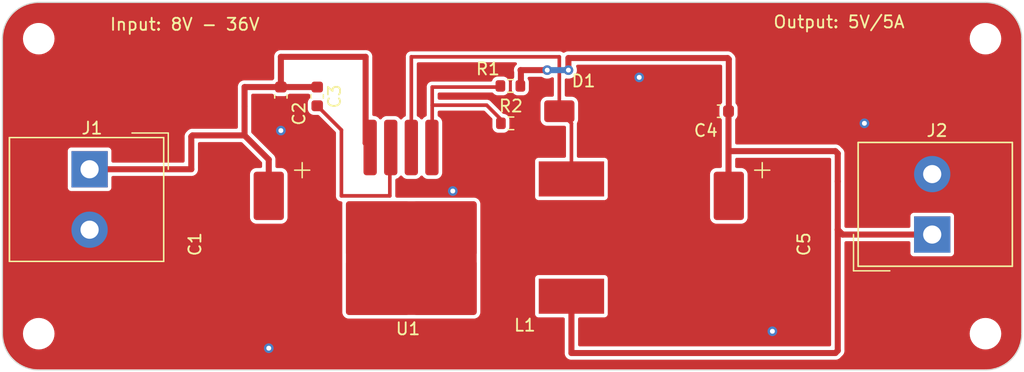
<source format=kicad_pcb>
(kicad_pcb (version 20221018) (generator pcbnew)
  (layers (0 "F.Cu" signal) (31 "B.Cu" power) (34 "B.Paste" user) (35 "F.Paste" user) (36 "B.SilkS" user "B.Silkscreen") (37 "F.SilkS" user "F.Silkscreen") (38 "B.Mask" user) (39 "F.Mask" user) (44 "Edge.Cuts" user))
  (net 0 "")
  (net 1 "VCC")
  (net 2 "GND")
  (net 3 "Net-(U1-VC)")
  (net 4 "+5V")
  (net 5 "Net-(D1-K)")
  (net 6 "Net-(U1-FB)")
  (footprint "TerminalBlock_Altech:Altech_AK300_1x02_P5.00mm_45-Degree" (layer "F.Cu") (at 87.2 108.8 -90)
    (fp_text reference "J1" (at -3.4 -0.2 -180) (layer "F.SilkS"))
    (fp_text value "Input")
    (fp_line (start -3 -6.5) (end 0 -6.5) (stroke (width 0.12)) (layer "F.SilkS"))
    (fp_line (start -3 -3.5) (end -3 -6.5) (stroke (width 0.12)) (layer "F.SilkS"))
    (fp_line (start -2.62 -6.12) (end -2.62 6.62) (stroke (width 0.12)) (layer "F.SilkS"))
    (fp_line (start -2.62 -6.12) (end -2.62 6.62) (stroke (width 0.12)) (layer "F.SilkS"))
    (fp_line (start -2.62 -6.12) (end 7.62 -6.12) (stroke (width 0.12)) (layer "F.SilkS"))
    (fp_line (start -2.62 -6.12) (end 7.62 -6.12) (stroke (width 0.12)) (layer "F.SilkS"))
    (fp_line (start -2.62 6.62) (end 7.62 6.62) (stroke (width 0.12)) (layer "F.SilkS"))
    (fp_line (start -2.62 6.62) (end 7.62 6.62) (stroke (width 0.12)) (layer "F.SilkS"))
    (fp_line (start 7.62 -6.12) (end 7.62 6.62) (stroke (width 0.12)) (layer "F.SilkS"))
    (fp_line (start 7.62 -6.12) (end 7.62 6.62) (stroke (width 0.12)) (layer "F.SilkS"))
    (pad "1" thru_hole rect (at 0 0 270) (size 3 3) (drill 1.5) (layers "*.Cu" "*.Mask") (net 1 "VCC"))
    (pad "2" thru_hole circle (at 5 0 270) (size 3 3) (drill 1.5) (layers "*.Cu" "*.Mask") (net 2 "GND"))
  )
  (footprint "Inductor_SMD:L_Bourns_SRR1260" (layer "F.Cu") (at 127 114.45 -90)
    (fp_text reference "L1" (at 7.25 3.85 -180) (layer "F.SilkS"))
    (fp_text value "47uH/5A" hide)
    (pad "1" smd rect (at -4.85 0 270) (size 2.9 5.4) (layers "F.Cu" "F.Paste" "F.Mask") (net 5 "Net-(D1-K)"))
    (pad "2" smd rect (at 4.85 0 270) (size 2.9 5.4) (layers "F.Cu" "F.Paste" "F.Mask") (net 4 "+5V"))
  )
  (footprint "Package_TO_SOT_SMD:TO-263-5_TabPin6" (layer "F.Cu") (at 113.775 114.65 -90)
    (fp_text reference "U1" (at 7.35 0.275) (layer "F.SilkS"))
    (fp_text value "XL4015" hide)
    (pad "1" smd roundrect (at -7.65 -3.4 270) (size 4.6 1.1) (layers "F.Cu" "F.Paste" "F.Mask") (roundrect_rratio 0.227273) (net 2 "GND"))
    (pad "2" smd roundrect (at -7.65 -1.7 270) (size 4.6 1.1) (layers "F.Cu" "F.Paste" "F.Mask") (roundrect_rratio 0.227273) (net 6 "Net-(U1-FB)"))
    (pad "3" smd roundrect (at -7.65 0 270) (size 4.6 1.1) (layers "F.Cu" "F.Paste" "F.Mask") (roundrect_rratio 0.227273) (net 5 "Net-(D1-K)"))
    (pad "4" smd roundrect (at -7.65 1.7 270) (size 4.6 1.1) (layers "F.Cu" "F.Paste" "F.Mask") (roundrect_rratio 0.227273) (net 3 "Net-(U1-VC)"))
    (pad "5" smd roundrect (at -7.65 3.4 270) (size 4.6 1.1) (layers "F.Cu" "F.Paste" "F.Mask") (roundrect_rratio 0.227273) (net 1 "VCC"))
    (pad "6" smd roundrect (at -0.925 -2.775 270) (size 4.55 5.25) (layers "F.Cu" "F.Paste") (roundrect_rratio 0.054945))
    (pad "6" smd roundrect (at -0.925 2.775 270) (size 4.55 5.25) (layers "F.Cu" "F.Paste") (roundrect_rratio 0.054945))
    (pad "6" smd roundrect (at 1.5 0 270) (size 9.4 10.8) (layers "F.Cu" "F.Mask") (roundrect_rratio 0.026596))
    (pad "6" smd roundrect (at 3.925 -2.775 270) (size 4.55 5.25) (layers "F.Cu" "F.Paste") (roundrect_rratio 0.054945))
    (pad "6" smd roundrect (at 3.925 2.775 270) (size 4.55 5.25) (layers "F.Cu" "F.Paste") (roundrect_rratio 0.054945))
  )
  (footprint "Capacitor_SMD:C_0603_1608Metric" (layer "F.Cu") (at 103 102.775 -90)
    (fp_text reference "C2" (at 1.425 -1.5 90) (layer "F.SilkS"))
    (fp_text value "1uF" hide)
    (fp_line (start -0.14058 -0.51) (end 0.14058 -0.51) (stroke (width 0.12)) (layer "F.SilkS"))
    (fp_line (start -0.14058 0.51) (end 0.14058 0.51) (stroke (width 0.12)) (layer "F.SilkS"))
    (pad "1" smd roundrect (at -0.775 0 270) (size 0.9 0.95) (layers "F.Cu" "F.Paste" "F.Mask") (net 1 "VCC"))
    (pad "2" smd roundrect (at 0.775 0 270) (size 0.9 0.95) (layers "F.Cu" "F.Paste" "F.Mask") (net 2 "GND"))
  )
  (footprint "MountingHole:MountingHole_2.1mm" (layer "F.Cu") (at 161.2 98)
    (fp_text reference "H4" hide)
    (fp_text value "MountingHole" hide)
    (pad "" np_thru_hole circle (at 0 0) (size 2.1 2.1) (drill 2.1) (layers "*.Cu" "*.Mask"))
  )
  (footprint "Capacitor_SMD:CP_Elec_10x10" (layer "F.Cu") (at 140 115 -90)
    (fp_text reference "C5" (at 0 -6.2 90) (layer "F.SilkS"))
    (fp_text value "330uF/25" hide)
    (fp_line (start -6.75 -2.76) (end -5.5 -2.76) (stroke (width 0.12)) (layer "F.SilkS"))
    (fp_line (start -6.125 -3.385) (end -6.125 -2.135) (stroke (width 0.12)) (layer "F.SilkS"))
    (pad "1" smd roundrect (at -4 0 270) (size 4 2.5) (layers "F.Cu" "F.Paste" "F.Mask") (roundrect_rratio 0.1) (net 4 "+5V"))
    (pad "2" smd roundrect (at 4 0 270) (size 4 2.5) (layers "F.Cu" "F.Paste" "F.Mask") (roundrect_rratio 0.1) (net 2 "GND"))
  )
  (footprint "Capacitor_SMD:C_0603_1608Metric" (layer "F.Cu") (at 139.2 104 180)
    (fp_text reference "C4" (at 1.1 -1.6) (layer "F.SilkS"))
    (fp_text value "1uF" hide)
    (fp_line (start -0.14058 -0.51) (end 0.14058 -0.51) (stroke (width 0.12)) (layer "F.SilkS"))
    (fp_line (start -0.14058 0.51) (end 0.14058 0.51) (stroke (width 0.12)) (layer "F.SilkS"))
    (pad "1" smd roundrect (at -0.775 0 180) (size 0.9 0.95) (layers "F.Cu" "F.Paste" "F.Mask") (net 4 "+5V"))
    (pad "2" smd roundrect (at 0.775 0 180) (size 0.9 0.95) (layers "F.Cu" "F.Paste" "F.Mask") (net 2 "GND"))
  )
  (footprint "Resistor_SMD:R_0603_1608Metric" (layer "F.Cu") (at 121.9575 101.9075 180)
    (fp_text reference "R1" (at 1.8575 1.4075 180) (layer "F.SilkS"))
    (fp_text value "10K" hide)
    (fp_line (start -0.237258 -0.5225) (end 0.237258 -0.5225) (stroke (width 0.12)) (layer "F.SilkS"))
    (fp_line (start -0.237258 0.5225) (end 0.237258 0.5225) (stroke (width 0.12)) (layer "F.SilkS"))
    (pad "1" smd roundrect (at -0.825 0 180) (size 0.8 0.95) (layers "F.Cu" "F.Paste" "F.Mask") (net 4 "+5V"))
    (pad "2" smd roundrect (at 0.825 0 180) (size 0.8 0.95) (layers "F.Cu" "F.Paste" "F.Mask") (net 6 "Net-(U1-FB)"))
  )
  (footprint "MountingHole:MountingHole_2.1mm" (layer "F.Cu") (at 161.2 122.4)
    (fp_text reference "H3" hide)
    (fp_text value "MountingHole" hide)
    (pad "" np_thru_hole circle (at 0 0) (size 2.1 2.1) (drill 2.1) (layers "*.Cu" "*.Mask"))
  )
  (footprint "MountingHole:MountingHole_2.1mm" (layer "F.Cu") (at 83 98)
    (fp_text reference "H1" hide)
    (fp_text value "MountingHole" hide)
    (pad "" np_thru_hole circle (at 0 0) (size 2.1 2.1) (drill 2.1) (layers "*.Cu" "*.Mask"))
  )
  (footprint "Resistor_SMD:R_0603_1608Metric" (layer "F.Cu") (at 122 105)
    (fp_text reference "R2" (at 0 -1.43) (layer "F.SilkS"))
    (fp_text value "3.3K" hide)
    (fp_line (start -0.237258 -0.5225) (end 0.237258 -0.5225) (stroke (width 0.12)) (layer "F.SilkS"))
    (fp_line (start -0.237258 0.5225) (end 0.237258 0.5225) (stroke (width 0.12)) (layer "F.SilkS"))
    (pad "1" smd roundrect (at -0.825 0) (size 0.8 0.95) (layers "F.Cu" "F.Paste" "F.Mask") (net 6 "Net-(U1-FB)"))
    (pad "2" smd roundrect (at 0.825 0) (size 0.8 0.95) (layers "F.Cu" "F.Paste" "F.Mask") (net 2 "GND"))
  )
  (footprint "TerminalBlock_Altech:Altech_AK300_1x02_P5.00mm_45-Degree" (layer "F.Cu") (at 156.8 114.2 90)
    (fp_text reference "J2" (at 8.6 0.4 180) (layer "F.SilkS"))
    (fp_text value "Output")
    (fp_line (start -3 -6.5) (end 0 -6.5) (stroke (width 0.12)) (layer "F.SilkS"))
    (fp_line (start -3 -3.5) (end -3 -6.5) (stroke (width 0.12)) (layer "F.SilkS"))
    (fp_line (start -2.62 -6.12) (end -2.62 6.62) (stroke (width 0.12)) (layer "F.SilkS"))
    (fp_line (start -2.62 -6.12) (end -2.62 6.62) (stroke (width 0.12)) (layer "F.SilkS"))
    (fp_line (start -2.62 -6.12) (end 7.62 -6.12) (stroke (width 0.12)) (layer "F.SilkS"))
    (fp_line (start -2.62 -6.12) (end 7.62 -6.12) (stroke (width 0.12)) (layer "F.SilkS"))
    (fp_line (start -2.62 6.62) (end 7.62 6.62) (stroke (width 0.12)) (layer "F.SilkS"))
    (fp_line (start -2.62 6.62) (end 7.62 6.62) (stroke (width 0.12)) (layer "F.SilkS"))
    (fp_line (start 7.62 -6.12) (end 7.62 6.62) (stroke (width 0.12)) (layer "F.SilkS"))
    (fp_line (start 7.62 -6.12) (end 7.62 6.62) (stroke (width 0.12)) (layer "F.SilkS"))
    (pad "1" thru_hole rect (at 0 0 90) (size 3 3) (drill 1.5) (layers "*.Cu" "*.Mask") (net 4 "+5V"))
    (pad "2" thru_hole circle (at 5 0 90) (size 3 3) (drill 1.5) (layers "*.Cu" "*.Mask") (net 2 "GND"))
  )
  (footprint "MountingHole:MountingHole_2.1mm" (layer "F.Cu") (at 83 122.4)
    (fp_text reference "H2" hide)
    (fp_text value "MountingHole" hide)
    (pad "" np_thru_hole circle (at 0 0) (size 2.1 2.1) (drill 2.1) (layers "*.Cu" "*.Mask"))
  )
  (footprint "Capacitor_SMD:CP_Elec_10x10" (layer "F.Cu") (at 102 115 -90)
    (fp_text reference "C1" (at 0 6.1 90) (layer "F.SilkS"))
    (fp_text value "220uF/50" hide)
    (fp_line (start -6.75 -2.76) (end -5.5 -2.76) (stroke (width 0.12)) (layer "F.SilkS"))
    (fp_line (start -6.125 -3.385) (end -6.125 -2.135) (stroke (width 0.12)) (layer "F.SilkS"))
    (pad "1" smd roundrect (at -4 0 270) (size 4 2.5) (layers "F.Cu" "F.Paste" "F.Mask") (roundrect_rratio 0.1) (net 1 "VCC"))
    (pad "2" smd roundrect (at 4 0 270) (size 4 2.5) (layers "F.Cu" "F.Paste" "F.Mask") (roundrect_rratio 0.1) (net 2 "GND"))
  )
  (footprint "Diode_SMD:D_SMA" (layer "F.Cu") (at 128 104)
    (fp_text reference "D1" (at 0 -2.5) (layer "F.SilkS"))
    (fp_text value "SS34" hide)
    (pad "1" smd roundrect (at -2 0) (size 2.5 1.8) (layers "F.Cu" "F.Paste" "F.Mask") (roundrect_rratio 0.1388888889) (net 5 "Net-(D1-K)"))
    (pad "2" smd roundrect (at 2 0) (size 2.5 1.8) (layers "F.Cu" "F.Paste" "F.Mask") (roundrect_rratio 0.1388888889) (net 2 "GND"))
  )
  (footprint "Capacitor_SMD:C_0603_1608Metric" (layer "F.Cu") (at 106 102.775 -90)
    (fp_text reference "C3" (at 0 -1.43 90) (layer "F.SilkS"))
    (fp_text value "1uF" hide)
    (fp_line (start -0.14058 -0.51) (end 0.14058 -0.51) (stroke (width 0.12)) (layer "F.SilkS"))
    (fp_line (start -0.14058 0.51) (end 0.14058 0.51) (stroke (width 0.12)) (layer "F.SilkS"))
    (pad "1" smd roundrect (at -0.775 0 270) (size 0.9 0.95) (layers "F.Cu" "F.Paste" "F.Mask") (net 1 "VCC"))
    (pad "2" smd roundrect (at 0.775 0 270) (size 0.9 0.95) (layers "F.Cu" "F.Paste" "F.Mask") (net 3 "Net-(U1-VC)"))
  )
  (gr_arc (start 164.2 122.4) (mid 163.32132 124.52132) (end 161.2 125.4) (stroke (width 0.1)) (layer "Edge.Cuts"))
  (gr_line (start 83 95) (end 161.2 95) (stroke (width 0.1)) (layer "Edge.Cuts"))
  (gr_line (start 161.2 125.4) (end 83 125.4) (stroke (width 0.1)) (layer "Edge.Cuts"))
  (gr_arc (start 80 98) (mid 80.87868 95.87868) (end 83 95) (stroke (width 0.1)) (layer "Edge.Cuts"))
  (gr_line (start 80 122.4) (end 80 98) (stroke (width 0.1)) (layer "Edge.Cuts"))
  (gr_line (start 164.2 98) (end 164.2 122.4) (stroke (width 0.1)) (layer "Edge.Cuts"))
  (gr_arc (start 161.2 95) (mid 163.32132 95.87868) (end 164.2 98) (stroke (width 0.1)) (layer "Edge.Cuts"))
  (gr_arc (start 83 125.4) (mid 80.87868 124.52132) (end 80 122.4) (stroke (width 0.1)) (layer "Edge.Cuts"))
  (gr_text "Output: 5V/5A" (at 143.6 97.2) (layer "F.SilkS") (effects (font (size 1 1)) (justify left bottom)))
  (gr_text "Input: 8V - 36V" (at 88.8 97.4) (layer "F.SilkS") (effects (font (size 1 1)) (justify left bottom)))
  (segment (start 102 108) (end 100 106) (width 0.5) (layer "F.Cu") (net 1))
  (segment (start 95.6 108.8) (end 95.6 106.1) (width 0.5) (layer "F.Cu") (net 1))
  (segment (start 103 102) (end 106 102) (width 0.5) (layer "F.Cu") (net 1))
  (segment (start 95.6 106.1) (end 95.7 106) (width 0.5) (layer "F.Cu") (net 1))
  (segment (start 110 99.5) (end 103 99.5) (width 0.5) (layer "F.Cu") (net 1))
  (segment (start 100 103.6) (end 100 102) (width 0.5) (layer "F.Cu") (net 1))
  (segment (start 87 108.8) (end 95.6 108.8) (width 0.5) (layer "F.Cu") (net 1))
  (segment (start 103 99.5) (end 103 102) (width 0.5) (layer "F.Cu") (net 1))
  (segment (start 100 106) (end 100 103.6) (width 0.5) (layer "F.Cu") (net 1))
  (segment (start 100 102) (end 103 102) (width 0.5) (layer "F.Cu") (net 1))
  (segment (start 95.7 106) (end 100 106) (width 0.5) (layer "F.Cu") (net 1))
  (segment (start 110.375 107) (end 110 106.625) (width 0.5) (layer "F.Cu") (net 1))
  (segment (start 102 111) (end 102 108) (width 0.5) (layer "F.Cu") (net 1))
  (segment (start 110 106.625) (end 110 99.5) (width 0.5) (layer "F.Cu") (net 1))
  (segment (start 96.8 123.6) (end 102 123.6) (width 0.3) (layer "F.Cu") (net 2))
  (segment (start 102 119) (end 102 123.6) (width 0.3) (layer "F.Cu") (net 2))
  (segment (start 130 101.2) (end 132.6 101.2) (width 0.3) (layer "F.Cu") (net 2))
  (segment (start 140 119) (end 140 122.2) (width 0.5) (layer "F.Cu") (net 2))
  (segment (start 156.8 109.2) (end 153.4 105.8) (width 0.3) (layer "F.Cu") (net 2))
  (segment (start 103 103.55) (end 103 105.6) (width 0.3) (layer "F.Cu") (net 2))
  (segment (start 87 113.8) (end 96.8 123.6) (width 0.3) (layer "F.Cu") (net 2))
  (segment (start 140 122.2) (end 143.6 122.2) (width 0.5) (layer "F.Cu") (net 2))
  (segment (start 130 104) (end 138.425 104) (width 0.3) (layer "F.Cu") (net 2))
  (segment (start 117.175 107) (end 117.2 107.025) (width 0.3) (layer "F.Cu") (net 2))
  (segment (start 117.2 107.025) (end 117.2 110.6) (width 0.3) (layer "F.Cu") (net 2))
  (segment (start 153.4 105.8) (end 153.4 105) (width 0.3) (layer "F.Cu") (net 2))
  (segment (start 153.4 105) (end 151.2 105) (width 0.3) (layer "F.Cu") (net 2))
  (segment (start 130 104) (end 130 101.2) (width 0.3) (layer "F.Cu") (net 2))
  (segment (start 117.175 107) (end 123 107) (width 0.3) (layer "F.Cu") (net 2))
  (segment (start 117.175 107) (end 117 107.175) (width 0.3) (layer "F.Cu") (net 2))
  (segment (start 123 107) (end 123 105.175) (width 0.3) (layer "F.Cu") (net 2))
  (via (at 103 105.6) (size 0.8) (drill 0.4) (layers "F.Cu" "B.Cu") (net 2))
  (via (at 132.6 101.2) (size 0.8) (drill 0.4) (layers "F.Cu" "B.Cu") (net 2))
  (via (at 117.2 110.6) (size 0.8) (drill 0.4) (layers "F.Cu" "B.Cu") (net 2))
  (via (at 151.2 105) (size 0.8) (drill 0.4) (layers "F.Cu" "B.Cu") (net 2))
  (via (at 102 123.6) (size 0.8) (drill 0.4) (layers "F.Cu" "B.Cu") (net 2))
  (via (at 143.6 122.2) (size 0.8) (drill 0.4) (layers "F.Cu" "B.Cu") (net 2))
  (segment (start 108 105.55) (end 108 111) (width 0.3) (layer "F.Cu") (net 3))
  (segment (start 106 103.55) (end 108 105.55) (width 0.3) (layer "F.Cu") (net 3))
  (segment (start 108 111) (end 112 111) (width 0.3) (layer "F.Cu") (net 3))
  (segment (start 112 111) (end 112 107.075) (width 0.3) (layer "F.Cu") (net 3))
  (segment (start 112 107.075) (end 112.075 107) (width 0.3) (layer "F.Cu") (net 3))
  (segment (start 126.7495 99.6) (end 139.9 99.6) (width 0.5) (layer "F.Cu") (net 4))
  (segment (start 126.7495 100.6) (end 126.7495 99.6) (width 0.5) (layer "F.Cu") (net 4))
  (segment (start 149.4 114.2) (end 149 113.8) (width 0.5) (layer "F.Cu") (net 4))
  (segment (start 149 109.8) (end 149 107.5) (width 0.5) (layer "F.Cu") (net 4))
  (segment (start 122.825 100.625) (end 122.8 100.6) (width 0.5) (layer "F.Cu") (net 4))
  (segment (start 127 124) (end 148.8 124) (width 0.5) (layer "F.Cu") (net 4))
  (segment (start 139.975 107.4) (end 139.975 110.975) (width 0.5) (layer "F.Cu") (net 4))
  (segment (start 140 103.975) (end 139.975 104) (width 0.5) (layer "F.Cu") (net 4))
  (segment (start 140 99.7) (end 140 103.975) (width 0.5) (layer "F.Cu") (net 4))
  (segment (start 148.8 107.3) (end 140.075 107.3) (width 0.5) (layer "F.Cu") (net 4))
  (segment (start 156.8 114.2) (end 149.4 114.2) (width 0.5) (layer "F.Cu") (net 4))
  (segment (start 149 123.8) (end 149 113.8) (width 0.5) (layer "F.Cu") (net 4))
  (segment (start 122.8 100.6) (end 125 100.6) (width 0.5) (layer "F.Cu") (net 4))
  (segment (start 148.9 107.4) (end 148.8 107.3) (width 0.5) (layer "F.Cu") (net 4))
  (segment (start 139.9 99.6) (end 140 99.7) (width 0.5) (layer "F.Cu") (net 4))
  (segment (start 139.975 104) (end 139.975 107.4) (width 0.5) (layer "F.Cu") (net 4))
  (segment (start 149 113.8) (end 149 109.8) (width 0.5) (layer "F.Cu") (net 4))
  (segment (start 140.075 107.3) (end 139.975 107.4) (width 0.5) (layer "F.Cu") (net 4))
  (segment (start 149 107.5) (end 148.9 107.4) (width 0.5) (layer "F.Cu") (net 4))
  (segment (start 139.975 110.975) (end 140 111) (width 0.5) (layer "F.Cu") (net 4))
  (segment (start 127 119.3) (end 127 124) (width 0.5) (layer "F.Cu") (net 4))
  (segment (start 122.825 102) (end 122.825 100.625) (width 0.5) (layer "F.Cu") (net 4))
  (segment (start 148.8 124) (end 149 123.8) (width 0.5) (layer "F.Cu") (net 4))
  (via (at 126.7495 100.6) (size 0.8) (drill 0.4) (layers "F.Cu" "B.Cu") (net 4))
  (via (at 125 100.6) (size 0.8) (drill 0.4) (layers "F.Cu" "B.Cu") (net 4))
  (segment (start 125 100.6) (end 126.7495 100.6) (width 0.5) (layer "B.Cu") (net 4))
  (segment (start 113.775 99.5) (end 113.775 107) (width 0.3) (layer "F.Cu") (net 5))
  (segment (start 126 104) (end 127 105) (width 0.3) (layer "F.Cu") (net 5))
  (segment (start 126 99.5) (end 113.775 99.5) (width 0.3) (layer "F.Cu") (net 5))
  (segment (start 126 104) (end 126 99.5) (width 0.3) (layer "F.Cu") (net 5))
  (segment (start 127 105) (end 127 109.6) (width 0.3) (layer "F.Cu") (net 5))
  (segment (start 115.5 106.975) (end 115.475 107) (width 0.3) (layer "F.Cu") (net 6))
  (segment (start 120 103.5) (end 115.5 103.5) (width 0.3) (layer "F.Cu") (net 6))
  (segment (start 121.175 102) (end 115.5 102) (width 0.3) (layer "F.Cu") (net 6))
  (segment (start 115.5 102) (end 115.5 103.5) (width 0.3) (layer "F.Cu") (net 6))
  (segment (start 121.175 105) (end 121.175 104.675) (width 0.3) (layer "F.Cu") (net 6))
  (segment (start 121.175 104.675) (end 120 103.5) (width 0.3) (layer "F.Cu") (net 6))
  (segment (start 115.5 103.5) (end 115.5 106.975) (width 0.3) (layer "F.Cu") (net 6))
  (zone (net 2) (net_name "GND") (layer "F.Cu") (connect_pads yes (clearance 0.3)) (min_thickness 0.25) (fill yes (thermal_gap 0.5) (thermal_bridge_width 0.5))
    (polygon (pts (xy 79.8 125.6) (xy 164.4 125.6) (xy 164.4 94.8) (xy 79.8 94.8)))
  )
)
</source>
